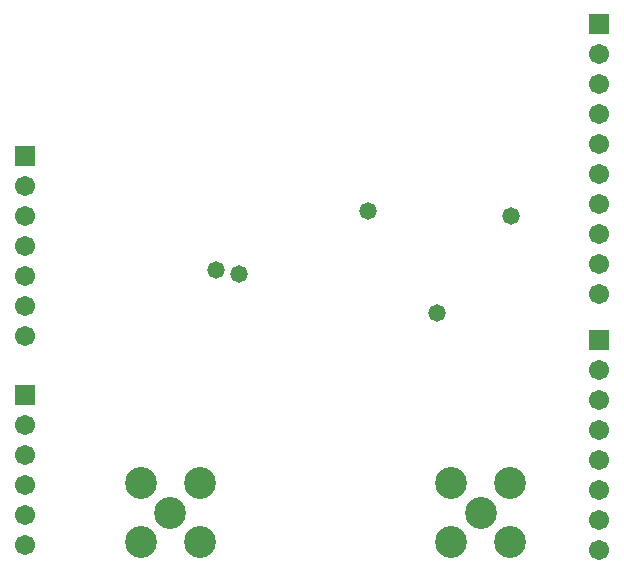
<source format=gbs>
%FSLAX25Y25*%
%MOIN*%
G70*
G01*
G75*
G04 Layer_Color=16711935*
%ADD10R,0.05200X0.05600*%
%ADD11R,0.05600X0.05200*%
%ADD12O,0.01181X0.03937*%
%ADD13R,0.01181X0.03937*%
%ADD14C,0.01000*%
%ADD15C,0.02500*%
%ADD16C,0.09843*%
%ADD17R,0.05906X0.05906*%
%ADD18C,0.05906*%
%ADD19C,0.05000*%
%ADD20C,0.00787*%
%ADD21C,0.00800*%
%ADD22R,0.06000X0.06400*%
%ADD23R,0.06400X0.06000*%
%ADD24O,0.01981X0.04737*%
%ADD25R,0.01981X0.04737*%
%ADD26C,0.10642*%
%ADD27R,0.06706X0.06706*%
%ADD28C,0.06706*%
%ADD29C,0.05800*%
D26*
X57087Y20472D02*
D03*
X47244Y10630D02*
D03*
X66929D02*
D03*
Y30315D02*
D03*
X47244D02*
D03*
X160630Y20472D02*
D03*
X150787Y10630D02*
D03*
X170473D02*
D03*
Y30315D02*
D03*
X150787D02*
D03*
D27*
X200000Y183465D02*
D03*
Y77953D02*
D03*
X8661Y139370D02*
D03*
Y59843D02*
D03*
D28*
X200000Y173465D02*
D03*
Y153465D02*
D03*
Y143465D02*
D03*
Y133465D02*
D03*
Y123465D02*
D03*
Y113465D02*
D03*
Y103465D02*
D03*
Y93465D02*
D03*
Y163465D02*
D03*
Y7953D02*
D03*
Y17953D02*
D03*
Y27953D02*
D03*
Y37953D02*
D03*
Y47953D02*
D03*
Y57953D02*
D03*
Y67953D02*
D03*
X8661Y119370D02*
D03*
Y129370D02*
D03*
Y109370D02*
D03*
Y99370D02*
D03*
Y89370D02*
D03*
Y79370D02*
D03*
Y9843D02*
D03*
Y19843D02*
D03*
Y29843D02*
D03*
Y39843D02*
D03*
Y49843D02*
D03*
D29*
X72496Y101504D02*
D03*
X146000Y87000D02*
D03*
X123000Y121000D02*
D03*
X80000Y100000D02*
D03*
X170630Y119370D02*
D03*
M02*

</source>
